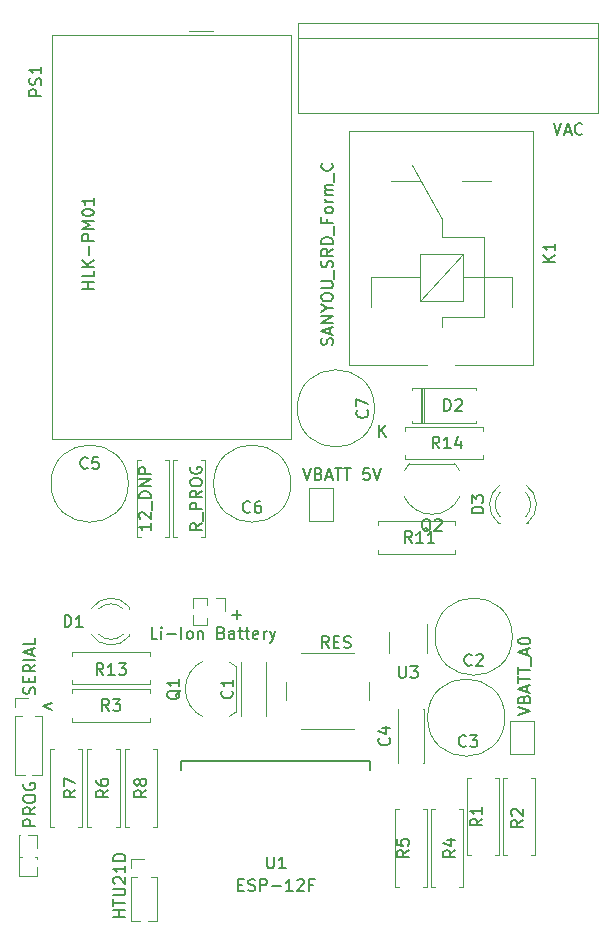
<source format=gbr>
%TF.GenerationSoftware,KiCad,Pcbnew,(5.1.5)-3*%
%TF.CreationDate,2020-12-06T12:17:53+01:00*%
%TF.ProjectId,cece-pcb,63656365-2d70-4636-922e-6b696361645f,rev?*%
%TF.SameCoordinates,Original*%
%TF.FileFunction,Legend,Top*%
%TF.FilePolarity,Positive*%
%FSLAX46Y46*%
G04 Gerber Fmt 4.6, Leading zero omitted, Abs format (unit mm)*
G04 Created by KiCad (PCBNEW (5.1.5)-3) date 2020-12-06 12:17:53*
%MOMM*%
%LPD*%
G04 APERTURE LIST*
%ADD10C,0.200000*%
%ADD11C,0.120000*%
%ADD12C,0.152400*%
%ADD13C,0.150000*%
G04 APERTURE END LIST*
D10*
X122046952Y-91225714D02*
X121285047Y-91511428D01*
X122046952Y-91797142D01*
X138048952Y-83748571D02*
X137287047Y-83748571D01*
X137668000Y-83367619D02*
X137668000Y-84129523D01*
D11*
%TO.C,JP3*%
X145780000Y-75822000D02*
X143780000Y-75822000D01*
X145780000Y-73022000D02*
X145780000Y-75822000D01*
X143780000Y-73022000D02*
X145780000Y-73022000D01*
X143780000Y-75822000D02*
X143780000Y-73022000D01*
%TO.C,J4*%
X168275000Y-33655000D02*
X142875000Y-33655000D01*
X168275000Y-34925000D02*
X142875000Y-34925000D01*
X168275000Y-41275000D02*
X142875000Y-41275000D01*
X142875000Y-41275000D02*
X142875000Y-33655000D01*
X168275000Y-41275000D02*
X168275000Y-33655000D01*
%TO.C,D1*%
X128560000Y-83248000D02*
X128560000Y-83092000D01*
X128560000Y-85564000D02*
X128560000Y-85408000D01*
X125958870Y-83248163D02*
G75*
G02X128040961Y-83248000I1041130J-1079837D01*
G01*
X125958870Y-85407837D02*
G75*
G03X128040961Y-85408000I1041130J1079837D01*
G01*
X125327665Y-83249392D02*
G75*
G02X128560000Y-83092484I1672335J-1078608D01*
G01*
X125327665Y-85406608D02*
G75*
G03X128560000Y-85563516I1672335J1078608D01*
G01*
%TO.C,D3*%
X159800000Y-75982000D02*
X159956000Y-75982000D01*
X162116000Y-75982000D02*
X162272000Y-75982000D01*
X162115837Y-73380870D02*
G75*
G02X162116000Y-75462961I-1079837J-1041130D01*
G01*
X159956163Y-73380870D02*
G75*
G03X159956000Y-75462961I1079837J-1041130D01*
G01*
X162114608Y-72749665D02*
G75*
G02X162271516Y-75982000I-1078608J-1672335D01*
G01*
X159957392Y-72749665D02*
G75*
G03X159800484Y-75982000I1078608J-1672335D01*
G01*
%TO.C,C6*%
X142228000Y-72644000D02*
G75*
G03X142228000Y-72644000I-3270000J0D01*
G01*
%TO.C,JP2*%
X160798000Y-92722000D02*
X162798000Y-92722000D01*
X160798000Y-95522000D02*
X160798000Y-92722000D01*
X162798000Y-95522000D02*
X160798000Y-95522000D01*
X162798000Y-92722000D02*
X162798000Y-95522000D01*
%TO.C,J2*%
X128684000Y-104396000D02*
X129794000Y-104396000D01*
X128684000Y-105156000D02*
X128684000Y-104396000D01*
X130357471Y-105916000D02*
X130904000Y-105916000D01*
X128684000Y-105916000D02*
X129230529Y-105916000D01*
X130904000Y-105916000D02*
X130904000Y-109661000D01*
X128684000Y-105916000D02*
X128684000Y-109661000D01*
X130101530Y-109661000D02*
X130904000Y-109661000D01*
X128684000Y-109661000D02*
X129486470Y-109661000D01*
%TO.C,R8*%
X130910000Y-95155000D02*
X130580000Y-95155000D01*
X130910000Y-101695000D02*
X130910000Y-95155000D01*
X130580000Y-101695000D02*
X130910000Y-101695000D01*
X128170000Y-95155000D02*
X128500000Y-95155000D01*
X128170000Y-101695000D02*
X128170000Y-95155000D01*
X128500000Y-101695000D02*
X128170000Y-101695000D01*
D12*
%TO.C,U1*%
X148971000Y-96931000D02*
X148971000Y-96169000D01*
X148971000Y-96169000D02*
X132969000Y-96169000D01*
X132969000Y-96169000D02*
X132969000Y-96931000D01*
D11*
%TO.C,C1*%
X140120000Y-87755000D02*
X140135000Y-87755000D01*
X137995000Y-87755000D02*
X138010000Y-87755000D01*
X140120000Y-92295000D02*
X140135000Y-92295000D01*
X137995000Y-92295000D02*
X138010000Y-92295000D01*
X140135000Y-92295000D02*
X140135000Y-87755000D01*
X137995000Y-92295000D02*
X137995000Y-87755000D01*
%TO.C,C2*%
X160984000Y-85598000D02*
G75*
G03X160984000Y-85598000I-3270000J0D01*
G01*
%TO.C,C3*%
X160349000Y-92456000D02*
G75*
G03X160349000Y-92456000I-3270000J0D01*
G01*
%TO.C,C4*%
X151330000Y-96290000D02*
X151330000Y-91750000D01*
X153470000Y-96290000D02*
X153470000Y-91750000D01*
X151330000Y-96290000D02*
X151345000Y-96290000D01*
X153455000Y-96290000D02*
X153470000Y-96290000D01*
X151330000Y-91750000D02*
X151345000Y-91750000D01*
X153455000Y-91750000D02*
X153470000Y-91750000D01*
%TO.C,C5*%
X128472000Y-72644000D02*
G75*
G03X128472000Y-72644000I-3270000J0D01*
G01*
%TO.C,C7*%
X149320000Y-66274000D02*
G75*
G03X149320000Y-66274000I-3270000J0D01*
G01*
%TO.C,D2*%
X153254000Y-64570000D02*
X153254000Y-67510000D01*
X153494000Y-64570000D02*
X153494000Y-67510000D01*
X153374000Y-64570000D02*
X153374000Y-67510000D01*
X157914000Y-67510000D02*
X157914000Y-67380000D01*
X152474000Y-67510000D02*
X157914000Y-67510000D01*
X152474000Y-67380000D02*
X152474000Y-67510000D01*
X157914000Y-64570000D02*
X157914000Y-64700000D01*
X152474000Y-64570000D02*
X157914000Y-64570000D01*
X152474000Y-64700000D02*
X152474000Y-64570000D01*
%TO.C,J1*%
X118905000Y-97342000D02*
X119707470Y-97342000D01*
X120322530Y-97342000D02*
X121125000Y-97342000D01*
X118905000Y-92327000D02*
X118905000Y-97342000D01*
X121125000Y-92327000D02*
X121125000Y-97342000D01*
X118905000Y-92327000D02*
X119451529Y-92327000D01*
X120578471Y-92327000D02*
X121125000Y-92327000D01*
X118905000Y-91567000D02*
X118905000Y-90807000D01*
X118905000Y-90807000D02*
X120015000Y-90807000D01*
%TO.C,J3*%
X133925000Y-82360000D02*
X133925000Y-83162470D01*
X133925000Y-83777530D02*
X133925000Y-84580000D01*
X135130000Y-82360000D02*
X133925000Y-82360000D01*
X135130000Y-84580000D02*
X133925000Y-84580000D01*
X135130000Y-82360000D02*
X135130000Y-82906529D01*
X135130000Y-84033471D02*
X135130000Y-84580000D01*
X135890000Y-82360000D02*
X136650000Y-82360000D01*
X136650000Y-82360000D02*
X136650000Y-83470000D01*
%TO.C,JP11*%
X119255000Y-102375000D02*
X119255000Y-105905000D01*
X119255000Y-102375000D02*
X119320000Y-102375000D01*
X120710000Y-105905000D02*
X119320000Y-105905000D01*
X119255000Y-102375000D02*
X119255000Y-102941529D01*
X119255000Y-104068471D02*
X119255000Y-104211529D01*
X119308471Y-104265000D02*
X119451529Y-104265000D01*
X120578471Y-104265000D02*
X120710000Y-104265000D01*
X120710000Y-104265000D02*
X120710000Y-104467470D01*
X120710000Y-105082530D02*
X120710000Y-105905000D01*
X120015000Y-102375000D02*
X120775000Y-102375000D01*
X120775000Y-102375000D02*
X120775000Y-103505000D01*
%TO.C,K1*%
X156790000Y-53164000D02*
X156790000Y-57164000D01*
X153190000Y-53164000D02*
X156790000Y-53164000D01*
X153190000Y-57164000D02*
X153190000Y-53164000D01*
X156790000Y-57164000D02*
X153190000Y-57164000D01*
X156790000Y-53164000D02*
X153190000Y-57164000D01*
X156790000Y-55164000D02*
X160990000Y-55164000D01*
X148990000Y-55164000D02*
X153190000Y-55164000D01*
X154990000Y-58564000D02*
X158590000Y-58564000D01*
X154990000Y-51764000D02*
X158590000Y-51764000D01*
X158590000Y-51764000D02*
X158590000Y-58564000D01*
X154990000Y-50264000D02*
X152490000Y-45664000D01*
X154990000Y-51764000D02*
X154990000Y-50264000D01*
X148990000Y-55164000D02*
X148990000Y-57664000D01*
X154990000Y-58564000D02*
X154990000Y-59364000D01*
X160990000Y-57664000D02*
X160990000Y-55164000D01*
X150740000Y-47064000D02*
X153240000Y-47064000D01*
X159140000Y-47064000D02*
X156690000Y-47064000D01*
X162740000Y-42814000D02*
X162740000Y-62614000D01*
X147140000Y-42814000D02*
X162740000Y-42814000D01*
X147140000Y-62614000D02*
X147140000Y-42814000D01*
X147140000Y-62614000D02*
X153740000Y-62614000D01*
X156140000Y-62614000D02*
X162740000Y-62614000D01*
%TO.C,PS1*%
X135620000Y-34294000D02*
X133610000Y-34294000D01*
X142220000Y-68884000D02*
X142220000Y-34684000D01*
X122020000Y-68884000D02*
X142220000Y-68884000D01*
X122020000Y-34684000D02*
X122020000Y-68884000D01*
X142220000Y-34684000D02*
X122020000Y-34684000D01*
%TO.C,Q1*%
X137590000Y-91975000D02*
X137590000Y-88125000D01*
X137012045Y-92357631D02*
G75*
G03X137590000Y-91975000I-1122045J2322631D01*
G01*
X134791193Y-92391400D02*
G75*
G02X133290000Y-90035000I1098807J2356400D01*
G01*
X134791193Y-87678600D02*
G75*
G03X133290000Y-90035000I1098807J-2356400D01*
G01*
X137002264Y-87732617D02*
G75*
G02X137590000Y-88125000I-1112264J-2302383D01*
G01*
%TO.C,Q2*%
X156118000Y-70944000D02*
X152268000Y-70944000D01*
X156500631Y-71521955D02*
G75*
G03X156118000Y-70944000I-2322631J-1122045D01*
G01*
X156534400Y-73742807D02*
G75*
G02X154178000Y-75244000I-2356400J1098807D01*
G01*
X151821600Y-73742807D02*
G75*
G03X154178000Y-75244000I2356400J1098807D01*
G01*
X151875617Y-71531736D02*
G75*
G02X152268000Y-70944000I2302383J-1112264D01*
G01*
%TO.C,R1*%
X157456000Y-104108000D02*
X157126000Y-104108000D01*
X157126000Y-104108000D02*
X157126000Y-97568000D01*
X157126000Y-97568000D02*
X157456000Y-97568000D01*
X159536000Y-104108000D02*
X159866000Y-104108000D01*
X159866000Y-104108000D02*
X159866000Y-97568000D01*
X159866000Y-97568000D02*
X159536000Y-97568000D01*
%TO.C,R2*%
X162914000Y-97568000D02*
X162584000Y-97568000D01*
X162914000Y-104108000D02*
X162914000Y-97568000D01*
X162584000Y-104108000D02*
X162914000Y-104108000D01*
X160174000Y-97568000D02*
X160504000Y-97568000D01*
X160174000Y-104108000D02*
X160174000Y-97568000D01*
X160504000Y-104108000D02*
X160174000Y-104108000D01*
%TO.C,R3*%
X130270000Y-92480000D02*
X130270000Y-92810000D01*
X130270000Y-92810000D02*
X123730000Y-92810000D01*
X123730000Y-92810000D02*
X123730000Y-92480000D01*
X130270000Y-90400000D02*
X130270000Y-90070000D01*
X130270000Y-90070000D02*
X123730000Y-90070000D01*
X123730000Y-90070000D02*
X123730000Y-90400000D01*
%TO.C,R4*%
X154078000Y-106775000D02*
X154408000Y-106775000D01*
X154078000Y-100235000D02*
X154078000Y-106775000D01*
X154408000Y-100235000D02*
X154078000Y-100235000D01*
X156818000Y-106775000D02*
X156488000Y-106775000D01*
X156818000Y-100235000D02*
X156818000Y-106775000D01*
X156488000Y-100235000D02*
X156818000Y-100235000D01*
%TO.C,R5*%
X151360000Y-106775000D02*
X151030000Y-106775000D01*
X151030000Y-106775000D02*
X151030000Y-100235000D01*
X151030000Y-100235000D02*
X151360000Y-100235000D01*
X153440000Y-106775000D02*
X153770000Y-106775000D01*
X153770000Y-106775000D02*
X153770000Y-100235000D01*
X153770000Y-100235000D02*
X153440000Y-100235000D01*
%TO.C,R6*%
X125325000Y-101695000D02*
X124995000Y-101695000D01*
X124995000Y-101695000D02*
X124995000Y-95155000D01*
X124995000Y-95155000D02*
X125325000Y-95155000D01*
X127405000Y-101695000D02*
X127735000Y-101695000D01*
X127735000Y-101695000D02*
X127735000Y-95155000D01*
X127735000Y-95155000D02*
X127405000Y-95155000D01*
%TO.C,R7*%
X122150000Y-101695000D02*
X121820000Y-101695000D01*
X121820000Y-101695000D02*
X121820000Y-95155000D01*
X121820000Y-95155000D02*
X122150000Y-95155000D01*
X124230000Y-101695000D02*
X124560000Y-101695000D01*
X124560000Y-101695000D02*
X124560000Y-95155000D01*
X124560000Y-95155000D02*
X124230000Y-95155000D01*
%TO.C,R9*%
X129516000Y-77184000D02*
X129186000Y-77184000D01*
X129186000Y-77184000D02*
X129186000Y-70644000D01*
X129186000Y-70644000D02*
X129516000Y-70644000D01*
X131596000Y-77184000D02*
X131926000Y-77184000D01*
X131926000Y-77184000D02*
X131926000Y-70644000D01*
X131926000Y-70644000D02*
X131596000Y-70644000D01*
%TO.C,R10*%
X132234000Y-77184000D02*
X132564000Y-77184000D01*
X132234000Y-70644000D02*
X132234000Y-77184000D01*
X132564000Y-70644000D02*
X132234000Y-70644000D01*
X134974000Y-77184000D02*
X134644000Y-77184000D01*
X134974000Y-70644000D02*
X134974000Y-77184000D01*
X134644000Y-70644000D02*
X134974000Y-70644000D01*
%TO.C,R11*%
X156128000Y-78256000D02*
X156128000Y-78586000D01*
X156128000Y-78586000D02*
X149588000Y-78586000D01*
X149588000Y-78586000D02*
X149588000Y-78256000D01*
X156128000Y-76176000D02*
X156128000Y-75846000D01*
X156128000Y-75846000D02*
X149588000Y-75846000D01*
X149588000Y-75846000D02*
X149588000Y-76176000D01*
%TO.C,R13*%
X123730000Y-87225000D02*
X123730000Y-86895000D01*
X123730000Y-86895000D02*
X130270000Y-86895000D01*
X130270000Y-86895000D02*
X130270000Y-87225000D01*
X123730000Y-89305000D02*
X123730000Y-89635000D01*
X123730000Y-89635000D02*
X130270000Y-89635000D01*
X130270000Y-89635000D02*
X130270000Y-89305000D01*
%TO.C,R14*%
X158464000Y-70255000D02*
X158464000Y-70585000D01*
X158464000Y-70585000D02*
X151924000Y-70585000D01*
X151924000Y-70585000D02*
X151924000Y-70255000D01*
X158464000Y-68175000D02*
X158464000Y-67845000D01*
X158464000Y-67845000D02*
X151924000Y-67845000D01*
X151924000Y-67845000D02*
X151924000Y-68175000D01*
%TO.C,SW1*%
X147590000Y-86956000D02*
X143090000Y-86956000D01*
X148840000Y-90956000D02*
X148840000Y-89456000D01*
X143090000Y-93456000D02*
X147590000Y-93456000D01*
X141840000Y-89456000D02*
X141840000Y-90956000D01*
%TO.C,U3*%
X153756000Y-87006000D02*
X153756000Y-84556000D01*
X150536000Y-85206000D02*
X150536000Y-87006000D01*
%TO.C,JP3*%
D13*
X143248476Y-71334380D02*
X143581809Y-72334380D01*
X143915142Y-71334380D01*
X144581809Y-71810571D02*
X144724666Y-71858190D01*
X144772285Y-71905809D01*
X144819904Y-72001047D01*
X144819904Y-72143904D01*
X144772285Y-72239142D01*
X144724666Y-72286761D01*
X144629428Y-72334380D01*
X144248476Y-72334380D01*
X144248476Y-71334380D01*
X144581809Y-71334380D01*
X144677047Y-71382000D01*
X144724666Y-71429619D01*
X144772285Y-71524857D01*
X144772285Y-71620095D01*
X144724666Y-71715333D01*
X144677047Y-71762952D01*
X144581809Y-71810571D01*
X144248476Y-71810571D01*
X145200857Y-72048666D02*
X145677047Y-72048666D01*
X145105619Y-72334380D02*
X145438952Y-71334380D01*
X145772285Y-72334380D01*
X145962761Y-71334380D02*
X146534190Y-71334380D01*
X146248476Y-72334380D02*
X146248476Y-71334380D01*
X146724666Y-71334380D02*
X147296095Y-71334380D01*
X147010380Y-72334380D02*
X147010380Y-71334380D01*
X148867523Y-71334380D02*
X148391333Y-71334380D01*
X148343714Y-71810571D01*
X148391333Y-71762952D01*
X148486571Y-71715333D01*
X148724666Y-71715333D01*
X148819904Y-71762952D01*
X148867523Y-71810571D01*
X148915142Y-71905809D01*
X148915142Y-72143904D01*
X148867523Y-72239142D01*
X148819904Y-72286761D01*
X148724666Y-72334380D01*
X148486571Y-72334380D01*
X148391333Y-72286761D01*
X148343714Y-72239142D01*
X149200857Y-71334380D02*
X149534190Y-72334380D01*
X149867523Y-71334380D01*
%TO.C,J4*%
X164473095Y-42124380D02*
X164806428Y-43124380D01*
X165139761Y-42124380D01*
X165425476Y-42838666D02*
X165901666Y-42838666D01*
X165330238Y-43124380D02*
X165663571Y-42124380D01*
X165996904Y-43124380D01*
X166901666Y-43029142D02*
X166854047Y-43076761D01*
X166711190Y-43124380D01*
X166615952Y-43124380D01*
X166473095Y-43076761D01*
X166377857Y-42981523D01*
X166330238Y-42886285D01*
X166282619Y-42695809D01*
X166282619Y-42552952D01*
X166330238Y-42362476D01*
X166377857Y-42267238D01*
X166473095Y-42172000D01*
X166615952Y-42124380D01*
X166711190Y-42124380D01*
X166854047Y-42172000D01*
X166901666Y-42219619D01*
%TO.C,D1*%
X123086904Y-84780380D02*
X123086904Y-83780380D01*
X123325000Y-83780380D01*
X123467857Y-83828000D01*
X123563095Y-83923238D01*
X123610714Y-84018476D01*
X123658333Y-84208952D01*
X123658333Y-84351809D01*
X123610714Y-84542285D01*
X123563095Y-84637523D01*
X123467857Y-84732761D01*
X123325000Y-84780380D01*
X123086904Y-84780380D01*
X124610714Y-84780380D02*
X124039285Y-84780380D01*
X124325000Y-84780380D02*
X124325000Y-83780380D01*
X124229761Y-83923238D01*
X124134523Y-84018476D01*
X124039285Y-84066095D01*
%TO.C,D3*%
X158528380Y-75160095D02*
X157528380Y-75160095D01*
X157528380Y-74922000D01*
X157576000Y-74779142D01*
X157671238Y-74683904D01*
X157766476Y-74636285D01*
X157956952Y-74588666D01*
X158099809Y-74588666D01*
X158290285Y-74636285D01*
X158385523Y-74683904D01*
X158480761Y-74779142D01*
X158528380Y-74922000D01*
X158528380Y-75160095D01*
X157528380Y-74255333D02*
X157528380Y-73636285D01*
X157909333Y-73969619D01*
X157909333Y-73826761D01*
X157956952Y-73731523D01*
X158004571Y-73683904D01*
X158099809Y-73636285D01*
X158337904Y-73636285D01*
X158433142Y-73683904D01*
X158480761Y-73731523D01*
X158528380Y-73826761D01*
X158528380Y-74112476D01*
X158480761Y-74207714D01*
X158433142Y-74255333D01*
%TO.C,C6*%
X138791333Y-75033142D02*
X138743714Y-75080761D01*
X138600857Y-75128380D01*
X138505619Y-75128380D01*
X138362761Y-75080761D01*
X138267523Y-74985523D01*
X138219904Y-74890285D01*
X138172285Y-74699809D01*
X138172285Y-74556952D01*
X138219904Y-74366476D01*
X138267523Y-74271238D01*
X138362761Y-74176000D01*
X138505619Y-74128380D01*
X138600857Y-74128380D01*
X138743714Y-74176000D01*
X138791333Y-74223619D01*
X139648476Y-74128380D02*
X139458000Y-74128380D01*
X139362761Y-74176000D01*
X139315142Y-74223619D01*
X139219904Y-74366476D01*
X139172285Y-74556952D01*
X139172285Y-74937904D01*
X139219904Y-75033142D01*
X139267523Y-75080761D01*
X139362761Y-75128380D01*
X139553238Y-75128380D01*
X139648476Y-75080761D01*
X139696095Y-75033142D01*
X139743714Y-74937904D01*
X139743714Y-74699809D01*
X139696095Y-74604571D01*
X139648476Y-74556952D01*
X139553238Y-74509333D01*
X139362761Y-74509333D01*
X139267523Y-74556952D01*
X139219904Y-74604571D01*
X139172285Y-74699809D01*
%TO.C,JP2*%
X161504380Y-92209523D02*
X162504380Y-91876190D01*
X161504380Y-91542857D01*
X161980571Y-90876190D02*
X162028190Y-90733333D01*
X162075809Y-90685714D01*
X162171047Y-90638095D01*
X162313904Y-90638095D01*
X162409142Y-90685714D01*
X162456761Y-90733333D01*
X162504380Y-90828571D01*
X162504380Y-91209523D01*
X161504380Y-91209523D01*
X161504380Y-90876190D01*
X161552000Y-90780952D01*
X161599619Y-90733333D01*
X161694857Y-90685714D01*
X161790095Y-90685714D01*
X161885333Y-90733333D01*
X161932952Y-90780952D01*
X161980571Y-90876190D01*
X161980571Y-91209523D01*
X162218666Y-90257142D02*
X162218666Y-89780952D01*
X162504380Y-90352380D02*
X161504380Y-90019047D01*
X162504380Y-89685714D01*
X161504380Y-89495238D02*
X161504380Y-88923809D01*
X162504380Y-89209523D02*
X161504380Y-89209523D01*
X161504380Y-88733333D02*
X161504380Y-88161904D01*
X162504380Y-88447619D02*
X161504380Y-88447619D01*
X162599619Y-88066666D02*
X162599619Y-87304761D01*
X162218666Y-87114285D02*
X162218666Y-86638095D01*
X162504380Y-87209523D02*
X161504380Y-86876190D01*
X162504380Y-86542857D01*
X161504380Y-86019047D02*
X161504380Y-85923809D01*
X161552000Y-85828571D01*
X161599619Y-85780952D01*
X161694857Y-85733333D01*
X161885333Y-85685714D01*
X162123428Y-85685714D01*
X162313904Y-85733333D01*
X162409142Y-85780952D01*
X162456761Y-85828571D01*
X162504380Y-85923809D01*
X162504380Y-86019047D01*
X162456761Y-86114285D01*
X162409142Y-86161904D01*
X162313904Y-86209523D01*
X162123428Y-86257142D01*
X161885333Y-86257142D01*
X161694857Y-86209523D01*
X161599619Y-86161904D01*
X161552000Y-86114285D01*
X161504380Y-86019047D01*
%TO.C,J2*%
X128214380Y-109322857D02*
X127214380Y-109322857D01*
X127690571Y-109322857D02*
X127690571Y-108751428D01*
X128214380Y-108751428D02*
X127214380Y-108751428D01*
X127214380Y-108418095D02*
X127214380Y-107846666D01*
X128214380Y-108132380D02*
X127214380Y-108132380D01*
X127214380Y-107513333D02*
X128023904Y-107513333D01*
X128119142Y-107465714D01*
X128166761Y-107418095D01*
X128214380Y-107322857D01*
X128214380Y-107132380D01*
X128166761Y-107037142D01*
X128119142Y-106989523D01*
X128023904Y-106941904D01*
X127214380Y-106941904D01*
X127309619Y-106513333D02*
X127262000Y-106465714D01*
X127214380Y-106370476D01*
X127214380Y-106132380D01*
X127262000Y-106037142D01*
X127309619Y-105989523D01*
X127404857Y-105941904D01*
X127500095Y-105941904D01*
X127642952Y-105989523D01*
X128214380Y-106560952D01*
X128214380Y-105941904D01*
X128214380Y-104989523D02*
X128214380Y-105560952D01*
X128214380Y-105275238D02*
X127214380Y-105275238D01*
X127357238Y-105370476D01*
X127452476Y-105465714D01*
X127500095Y-105560952D01*
X128214380Y-104560952D02*
X127214380Y-104560952D01*
X127214380Y-104322857D01*
X127262000Y-104180000D01*
X127357238Y-104084761D01*
X127452476Y-104037142D01*
X127642952Y-103989523D01*
X127785809Y-103989523D01*
X127976285Y-104037142D01*
X128071523Y-104084761D01*
X128166761Y-104180000D01*
X128214380Y-104322857D01*
X128214380Y-104560952D01*
%TO.C,R8*%
X129992380Y-98591666D02*
X129516190Y-98925000D01*
X129992380Y-99163095D02*
X128992380Y-99163095D01*
X128992380Y-98782142D01*
X129040000Y-98686904D01*
X129087619Y-98639285D01*
X129182857Y-98591666D01*
X129325714Y-98591666D01*
X129420952Y-98639285D01*
X129468571Y-98686904D01*
X129516190Y-98782142D01*
X129516190Y-99163095D01*
X129420952Y-98020238D02*
X129373333Y-98115476D01*
X129325714Y-98163095D01*
X129230476Y-98210714D01*
X129182857Y-98210714D01*
X129087619Y-98163095D01*
X129040000Y-98115476D01*
X128992380Y-98020238D01*
X128992380Y-97829761D01*
X129040000Y-97734523D01*
X129087619Y-97686904D01*
X129182857Y-97639285D01*
X129230476Y-97639285D01*
X129325714Y-97686904D01*
X129373333Y-97734523D01*
X129420952Y-97829761D01*
X129420952Y-98020238D01*
X129468571Y-98115476D01*
X129516190Y-98163095D01*
X129611428Y-98210714D01*
X129801904Y-98210714D01*
X129897142Y-98163095D01*
X129944761Y-98115476D01*
X129992380Y-98020238D01*
X129992380Y-97829761D01*
X129944761Y-97734523D01*
X129897142Y-97686904D01*
X129801904Y-97639285D01*
X129611428Y-97639285D01*
X129516190Y-97686904D01*
X129468571Y-97734523D01*
X129420952Y-97829761D01*
%TO.C,U1*%
X140208095Y-104227380D02*
X140208095Y-105036904D01*
X140255714Y-105132142D01*
X140303333Y-105179761D01*
X140398571Y-105227380D01*
X140589047Y-105227380D01*
X140684285Y-105179761D01*
X140731904Y-105132142D01*
X140779523Y-105036904D01*
X140779523Y-104227380D01*
X141779523Y-105227380D02*
X141208095Y-105227380D01*
X141493809Y-105227380D02*
X141493809Y-104227380D01*
X141398571Y-104370238D01*
X141303333Y-104465476D01*
X141208095Y-104513095D01*
X137779523Y-106608571D02*
X138112857Y-106608571D01*
X138255714Y-107132380D02*
X137779523Y-107132380D01*
X137779523Y-106132380D01*
X138255714Y-106132380D01*
X138636666Y-107084761D02*
X138779523Y-107132380D01*
X139017619Y-107132380D01*
X139112857Y-107084761D01*
X139160476Y-107037142D01*
X139208095Y-106941904D01*
X139208095Y-106846666D01*
X139160476Y-106751428D01*
X139112857Y-106703809D01*
X139017619Y-106656190D01*
X138827142Y-106608571D01*
X138731904Y-106560952D01*
X138684285Y-106513333D01*
X138636666Y-106418095D01*
X138636666Y-106322857D01*
X138684285Y-106227619D01*
X138731904Y-106180000D01*
X138827142Y-106132380D01*
X139065238Y-106132380D01*
X139208095Y-106180000D01*
X139636666Y-107132380D02*
X139636666Y-106132380D01*
X140017619Y-106132380D01*
X140112857Y-106180000D01*
X140160476Y-106227619D01*
X140208095Y-106322857D01*
X140208095Y-106465714D01*
X140160476Y-106560952D01*
X140112857Y-106608571D01*
X140017619Y-106656190D01*
X139636666Y-106656190D01*
X140636666Y-106751428D02*
X141398571Y-106751428D01*
X142398571Y-107132380D02*
X141827142Y-107132380D01*
X142112857Y-107132380D02*
X142112857Y-106132380D01*
X142017619Y-106275238D01*
X141922380Y-106370476D01*
X141827142Y-106418095D01*
X142779523Y-106227619D02*
X142827142Y-106180000D01*
X142922380Y-106132380D01*
X143160476Y-106132380D01*
X143255714Y-106180000D01*
X143303333Y-106227619D01*
X143350952Y-106322857D01*
X143350952Y-106418095D01*
X143303333Y-106560952D01*
X142731904Y-107132380D01*
X143350952Y-107132380D01*
X144112857Y-106608571D02*
X143779523Y-106608571D01*
X143779523Y-107132380D02*
X143779523Y-106132380D01*
X144255714Y-106132380D01*
%TO.C,C1*%
X137222142Y-90191666D02*
X137269761Y-90239285D01*
X137317380Y-90382142D01*
X137317380Y-90477380D01*
X137269761Y-90620238D01*
X137174523Y-90715476D01*
X137079285Y-90763095D01*
X136888809Y-90810714D01*
X136745952Y-90810714D01*
X136555476Y-90763095D01*
X136460238Y-90715476D01*
X136365000Y-90620238D01*
X136317380Y-90477380D01*
X136317380Y-90382142D01*
X136365000Y-90239285D01*
X136412619Y-90191666D01*
X137317380Y-89239285D02*
X137317380Y-89810714D01*
X137317380Y-89525000D02*
X136317380Y-89525000D01*
X136460238Y-89620238D01*
X136555476Y-89715476D01*
X136603095Y-89810714D01*
%TO.C,C2*%
X157547333Y-87987142D02*
X157499714Y-88034761D01*
X157356857Y-88082380D01*
X157261619Y-88082380D01*
X157118761Y-88034761D01*
X157023523Y-87939523D01*
X156975904Y-87844285D01*
X156928285Y-87653809D01*
X156928285Y-87510952D01*
X156975904Y-87320476D01*
X157023523Y-87225238D01*
X157118761Y-87130000D01*
X157261619Y-87082380D01*
X157356857Y-87082380D01*
X157499714Y-87130000D01*
X157547333Y-87177619D01*
X157928285Y-87177619D02*
X157975904Y-87130000D01*
X158071142Y-87082380D01*
X158309238Y-87082380D01*
X158404476Y-87130000D01*
X158452095Y-87177619D01*
X158499714Y-87272857D01*
X158499714Y-87368095D01*
X158452095Y-87510952D01*
X157880666Y-88082380D01*
X158499714Y-88082380D01*
%TO.C,C3*%
X157059333Y-94845142D02*
X157011714Y-94892761D01*
X156868857Y-94940380D01*
X156773619Y-94940380D01*
X156630761Y-94892761D01*
X156535523Y-94797523D01*
X156487904Y-94702285D01*
X156440285Y-94511809D01*
X156440285Y-94368952D01*
X156487904Y-94178476D01*
X156535523Y-94083238D01*
X156630761Y-93988000D01*
X156773619Y-93940380D01*
X156868857Y-93940380D01*
X157011714Y-93988000D01*
X157059333Y-94035619D01*
X157392666Y-93940380D02*
X158011714Y-93940380D01*
X157678380Y-94321333D01*
X157821238Y-94321333D01*
X157916476Y-94368952D01*
X157964095Y-94416571D01*
X158011714Y-94511809D01*
X158011714Y-94749904D01*
X157964095Y-94845142D01*
X157916476Y-94892761D01*
X157821238Y-94940380D01*
X157535523Y-94940380D01*
X157440285Y-94892761D01*
X157392666Y-94845142D01*
%TO.C,C4*%
X150557142Y-94186666D02*
X150604761Y-94234285D01*
X150652380Y-94377142D01*
X150652380Y-94472380D01*
X150604761Y-94615238D01*
X150509523Y-94710476D01*
X150414285Y-94758095D01*
X150223809Y-94805714D01*
X150080952Y-94805714D01*
X149890476Y-94758095D01*
X149795238Y-94710476D01*
X149700000Y-94615238D01*
X149652380Y-94472380D01*
X149652380Y-94377142D01*
X149700000Y-94234285D01*
X149747619Y-94186666D01*
X149985714Y-93329523D02*
X150652380Y-93329523D01*
X149604761Y-93567619D02*
X150319047Y-93805714D01*
X150319047Y-93186666D01*
%TO.C,C5*%
X125035333Y-71311142D02*
X124987714Y-71358761D01*
X124844857Y-71406380D01*
X124749619Y-71406380D01*
X124606761Y-71358761D01*
X124511523Y-71263523D01*
X124463904Y-71168285D01*
X124416285Y-70977809D01*
X124416285Y-70834952D01*
X124463904Y-70644476D01*
X124511523Y-70549238D01*
X124606761Y-70454000D01*
X124749619Y-70406380D01*
X124844857Y-70406380D01*
X124987714Y-70454000D01*
X125035333Y-70501619D01*
X125940095Y-70406380D02*
X125463904Y-70406380D01*
X125416285Y-70882571D01*
X125463904Y-70834952D01*
X125559142Y-70787333D01*
X125797238Y-70787333D01*
X125892476Y-70834952D01*
X125940095Y-70882571D01*
X125987714Y-70977809D01*
X125987714Y-71215904D01*
X125940095Y-71311142D01*
X125892476Y-71358761D01*
X125797238Y-71406380D01*
X125559142Y-71406380D01*
X125463904Y-71358761D01*
X125416285Y-71311142D01*
%TO.C,C7*%
X148693142Y-66440666D02*
X148740761Y-66488285D01*
X148788380Y-66631142D01*
X148788380Y-66726380D01*
X148740761Y-66869238D01*
X148645523Y-66964476D01*
X148550285Y-67012095D01*
X148359809Y-67059714D01*
X148216952Y-67059714D01*
X148026476Y-67012095D01*
X147931238Y-66964476D01*
X147836000Y-66869238D01*
X147788380Y-66726380D01*
X147788380Y-66631142D01*
X147836000Y-66488285D01*
X147883619Y-66440666D01*
X147788380Y-66107333D02*
X147788380Y-65440666D01*
X148788380Y-65869238D01*
%TO.C,D2*%
X155217904Y-66492380D02*
X155217904Y-65492380D01*
X155456000Y-65492380D01*
X155598857Y-65540000D01*
X155694095Y-65635238D01*
X155741714Y-65730476D01*
X155789333Y-65920952D01*
X155789333Y-66063809D01*
X155741714Y-66254285D01*
X155694095Y-66349523D01*
X155598857Y-66444761D01*
X155456000Y-66492380D01*
X155217904Y-66492380D01*
X156170285Y-65587619D02*
X156217904Y-65540000D01*
X156313142Y-65492380D01*
X156551238Y-65492380D01*
X156646476Y-65540000D01*
X156694095Y-65587619D01*
X156741714Y-65682857D01*
X156741714Y-65778095D01*
X156694095Y-65920952D01*
X156122666Y-66492380D01*
X156741714Y-66492380D01*
X149738095Y-68706380D02*
X149738095Y-67706380D01*
X150309523Y-68706380D02*
X149880952Y-68134952D01*
X150309523Y-67706380D02*
X149738095Y-68277809D01*
%TO.C,J1*%
X120546761Y-90447523D02*
X120594380Y-90304666D01*
X120594380Y-90066571D01*
X120546761Y-89971333D01*
X120499142Y-89923714D01*
X120403904Y-89876095D01*
X120308666Y-89876095D01*
X120213428Y-89923714D01*
X120165809Y-89971333D01*
X120118190Y-90066571D01*
X120070571Y-90257047D01*
X120022952Y-90352285D01*
X119975333Y-90399904D01*
X119880095Y-90447523D01*
X119784857Y-90447523D01*
X119689619Y-90399904D01*
X119642000Y-90352285D01*
X119594380Y-90257047D01*
X119594380Y-90018952D01*
X119642000Y-89876095D01*
X120070571Y-89447523D02*
X120070571Y-89114190D01*
X120594380Y-88971333D02*
X120594380Y-89447523D01*
X119594380Y-89447523D01*
X119594380Y-88971333D01*
X120594380Y-87971333D02*
X120118190Y-88304666D01*
X120594380Y-88542761D02*
X119594380Y-88542761D01*
X119594380Y-88161809D01*
X119642000Y-88066571D01*
X119689619Y-88018952D01*
X119784857Y-87971333D01*
X119927714Y-87971333D01*
X120022952Y-88018952D01*
X120070571Y-88066571D01*
X120118190Y-88161809D01*
X120118190Y-88542761D01*
X120594380Y-87542761D02*
X119594380Y-87542761D01*
X120308666Y-87114190D02*
X120308666Y-86638000D01*
X120594380Y-87209428D02*
X119594380Y-86876095D01*
X120594380Y-86542761D01*
X120594380Y-85733238D02*
X120594380Y-86209428D01*
X119594380Y-86209428D01*
%TO.C,J3*%
X130921714Y-85796380D02*
X130445523Y-85796380D01*
X130445523Y-84796380D01*
X131255047Y-85796380D02*
X131255047Y-85129714D01*
X131255047Y-84796380D02*
X131207428Y-84844000D01*
X131255047Y-84891619D01*
X131302666Y-84844000D01*
X131255047Y-84796380D01*
X131255047Y-84891619D01*
X131731238Y-85415428D02*
X132493142Y-85415428D01*
X132969333Y-85796380D02*
X132969333Y-84796380D01*
X133588380Y-85796380D02*
X133493142Y-85748761D01*
X133445523Y-85701142D01*
X133397904Y-85605904D01*
X133397904Y-85320190D01*
X133445523Y-85224952D01*
X133493142Y-85177333D01*
X133588380Y-85129714D01*
X133731238Y-85129714D01*
X133826476Y-85177333D01*
X133874095Y-85224952D01*
X133921714Y-85320190D01*
X133921714Y-85605904D01*
X133874095Y-85701142D01*
X133826476Y-85748761D01*
X133731238Y-85796380D01*
X133588380Y-85796380D01*
X134350285Y-85129714D02*
X134350285Y-85796380D01*
X134350285Y-85224952D02*
X134397904Y-85177333D01*
X134493142Y-85129714D01*
X134636000Y-85129714D01*
X134731238Y-85177333D01*
X134778857Y-85272571D01*
X134778857Y-85796380D01*
X136350285Y-85272571D02*
X136493142Y-85320190D01*
X136540761Y-85367809D01*
X136588380Y-85463047D01*
X136588380Y-85605904D01*
X136540761Y-85701142D01*
X136493142Y-85748761D01*
X136397904Y-85796380D01*
X136016952Y-85796380D01*
X136016952Y-84796380D01*
X136350285Y-84796380D01*
X136445523Y-84844000D01*
X136493142Y-84891619D01*
X136540761Y-84986857D01*
X136540761Y-85082095D01*
X136493142Y-85177333D01*
X136445523Y-85224952D01*
X136350285Y-85272571D01*
X136016952Y-85272571D01*
X137445523Y-85796380D02*
X137445523Y-85272571D01*
X137397904Y-85177333D01*
X137302666Y-85129714D01*
X137112190Y-85129714D01*
X137016952Y-85177333D01*
X137445523Y-85748761D02*
X137350285Y-85796380D01*
X137112190Y-85796380D01*
X137016952Y-85748761D01*
X136969333Y-85653523D01*
X136969333Y-85558285D01*
X137016952Y-85463047D01*
X137112190Y-85415428D01*
X137350285Y-85415428D01*
X137445523Y-85367809D01*
X137778857Y-85129714D02*
X138159809Y-85129714D01*
X137921714Y-84796380D02*
X137921714Y-85653523D01*
X137969333Y-85748761D01*
X138064571Y-85796380D01*
X138159809Y-85796380D01*
X138350285Y-85129714D02*
X138731238Y-85129714D01*
X138493142Y-84796380D02*
X138493142Y-85653523D01*
X138540761Y-85748761D01*
X138636000Y-85796380D01*
X138731238Y-85796380D01*
X139445523Y-85748761D02*
X139350285Y-85796380D01*
X139159809Y-85796380D01*
X139064571Y-85748761D01*
X139016952Y-85653523D01*
X139016952Y-85272571D01*
X139064571Y-85177333D01*
X139159809Y-85129714D01*
X139350285Y-85129714D01*
X139445523Y-85177333D01*
X139493142Y-85272571D01*
X139493142Y-85367809D01*
X139016952Y-85463047D01*
X139921714Y-85796380D02*
X139921714Y-85129714D01*
X139921714Y-85320190D02*
X139969333Y-85224952D01*
X140016952Y-85177333D01*
X140112190Y-85129714D01*
X140207428Y-85129714D01*
X140445523Y-85129714D02*
X140683619Y-85796380D01*
X140921714Y-85129714D02*
X140683619Y-85796380D01*
X140588380Y-86034476D01*
X140540761Y-86082095D01*
X140445523Y-86129714D01*
%TO.C,JP11*%
X120594380Y-101607714D02*
X119594380Y-101607714D01*
X119594380Y-101226761D01*
X119642000Y-101131523D01*
X119689619Y-101083904D01*
X119784857Y-101036285D01*
X119927714Y-101036285D01*
X120022952Y-101083904D01*
X120070571Y-101131523D01*
X120118190Y-101226761D01*
X120118190Y-101607714D01*
X120594380Y-100036285D02*
X120118190Y-100369619D01*
X120594380Y-100607714D02*
X119594380Y-100607714D01*
X119594380Y-100226761D01*
X119642000Y-100131523D01*
X119689619Y-100083904D01*
X119784857Y-100036285D01*
X119927714Y-100036285D01*
X120022952Y-100083904D01*
X120070571Y-100131523D01*
X120118190Y-100226761D01*
X120118190Y-100607714D01*
X119594380Y-99417238D02*
X119594380Y-99226761D01*
X119642000Y-99131523D01*
X119737238Y-99036285D01*
X119927714Y-98988666D01*
X120261047Y-98988666D01*
X120451523Y-99036285D01*
X120546761Y-99131523D01*
X120594380Y-99226761D01*
X120594380Y-99417238D01*
X120546761Y-99512476D01*
X120451523Y-99607714D01*
X120261047Y-99655333D01*
X119927714Y-99655333D01*
X119737238Y-99607714D01*
X119642000Y-99512476D01*
X119594380Y-99417238D01*
X119642000Y-98036285D02*
X119594380Y-98131523D01*
X119594380Y-98274380D01*
X119642000Y-98417238D01*
X119737238Y-98512476D01*
X119832476Y-98560095D01*
X120022952Y-98607714D01*
X120165809Y-98607714D01*
X120356285Y-98560095D01*
X120451523Y-98512476D01*
X120546761Y-98417238D01*
X120594380Y-98274380D01*
X120594380Y-98179142D01*
X120546761Y-98036285D01*
X120499142Y-97988666D01*
X120165809Y-97988666D01*
X120165809Y-98179142D01*
%TO.C,K1*%
X164592380Y-53852095D02*
X163592380Y-53852095D01*
X164592380Y-53280666D02*
X164020952Y-53709238D01*
X163592380Y-53280666D02*
X164163809Y-53852095D01*
X164592380Y-52328285D02*
X164592380Y-52899714D01*
X164592380Y-52614000D02*
X163592380Y-52614000D01*
X163735238Y-52709238D01*
X163830476Y-52804476D01*
X163878095Y-52899714D01*
X145744761Y-60904476D02*
X145792380Y-60761619D01*
X145792380Y-60523523D01*
X145744761Y-60428285D01*
X145697142Y-60380666D01*
X145601904Y-60333047D01*
X145506666Y-60333047D01*
X145411428Y-60380666D01*
X145363809Y-60428285D01*
X145316190Y-60523523D01*
X145268571Y-60714000D01*
X145220952Y-60809238D01*
X145173333Y-60856857D01*
X145078095Y-60904476D01*
X144982857Y-60904476D01*
X144887619Y-60856857D01*
X144840000Y-60809238D01*
X144792380Y-60714000D01*
X144792380Y-60475904D01*
X144840000Y-60333047D01*
X145506666Y-59952095D02*
X145506666Y-59475904D01*
X145792380Y-60047333D02*
X144792380Y-59714000D01*
X145792380Y-59380666D01*
X145792380Y-59047333D02*
X144792380Y-59047333D01*
X145792380Y-58475904D01*
X144792380Y-58475904D01*
X145316190Y-57809238D02*
X145792380Y-57809238D01*
X144792380Y-58142571D02*
X145316190Y-57809238D01*
X144792380Y-57475904D01*
X144792380Y-56952095D02*
X144792380Y-56761619D01*
X144840000Y-56666380D01*
X144935238Y-56571142D01*
X145125714Y-56523523D01*
X145459047Y-56523523D01*
X145649523Y-56571142D01*
X145744761Y-56666380D01*
X145792380Y-56761619D01*
X145792380Y-56952095D01*
X145744761Y-57047333D01*
X145649523Y-57142571D01*
X145459047Y-57190190D01*
X145125714Y-57190190D01*
X144935238Y-57142571D01*
X144840000Y-57047333D01*
X144792380Y-56952095D01*
X144792380Y-56094952D02*
X145601904Y-56094952D01*
X145697142Y-56047333D01*
X145744761Y-55999714D01*
X145792380Y-55904476D01*
X145792380Y-55714000D01*
X145744761Y-55618761D01*
X145697142Y-55571142D01*
X145601904Y-55523523D01*
X144792380Y-55523523D01*
X145887619Y-55285428D02*
X145887619Y-54523523D01*
X145744761Y-54333047D02*
X145792380Y-54190190D01*
X145792380Y-53952095D01*
X145744761Y-53856857D01*
X145697142Y-53809238D01*
X145601904Y-53761619D01*
X145506666Y-53761619D01*
X145411428Y-53809238D01*
X145363809Y-53856857D01*
X145316190Y-53952095D01*
X145268571Y-54142571D01*
X145220952Y-54237809D01*
X145173333Y-54285428D01*
X145078095Y-54333047D01*
X144982857Y-54333047D01*
X144887619Y-54285428D01*
X144840000Y-54237809D01*
X144792380Y-54142571D01*
X144792380Y-53904476D01*
X144840000Y-53761619D01*
X145792380Y-52761619D02*
X145316190Y-53094952D01*
X145792380Y-53333047D02*
X144792380Y-53333047D01*
X144792380Y-52952095D01*
X144840000Y-52856857D01*
X144887619Y-52809238D01*
X144982857Y-52761619D01*
X145125714Y-52761619D01*
X145220952Y-52809238D01*
X145268571Y-52856857D01*
X145316190Y-52952095D01*
X145316190Y-53333047D01*
X145792380Y-52333047D02*
X144792380Y-52333047D01*
X144792380Y-52094952D01*
X144840000Y-51952095D01*
X144935238Y-51856857D01*
X145030476Y-51809238D01*
X145220952Y-51761619D01*
X145363809Y-51761619D01*
X145554285Y-51809238D01*
X145649523Y-51856857D01*
X145744761Y-51952095D01*
X145792380Y-52094952D01*
X145792380Y-52333047D01*
X145887619Y-51571142D02*
X145887619Y-50809238D01*
X145268571Y-50237809D02*
X145268571Y-50571142D01*
X145792380Y-50571142D02*
X144792380Y-50571142D01*
X144792380Y-50094952D01*
X145792380Y-49571142D02*
X145744761Y-49666380D01*
X145697142Y-49714000D01*
X145601904Y-49761619D01*
X145316190Y-49761619D01*
X145220952Y-49714000D01*
X145173333Y-49666380D01*
X145125714Y-49571142D01*
X145125714Y-49428285D01*
X145173333Y-49333047D01*
X145220952Y-49285428D01*
X145316190Y-49237809D01*
X145601904Y-49237809D01*
X145697142Y-49285428D01*
X145744761Y-49333047D01*
X145792380Y-49428285D01*
X145792380Y-49571142D01*
X145792380Y-48809238D02*
X145125714Y-48809238D01*
X145316190Y-48809238D02*
X145220952Y-48761619D01*
X145173333Y-48714000D01*
X145125714Y-48618761D01*
X145125714Y-48523523D01*
X145792380Y-48190190D02*
X145125714Y-48190190D01*
X145220952Y-48190190D02*
X145173333Y-48142571D01*
X145125714Y-48047333D01*
X145125714Y-47904476D01*
X145173333Y-47809238D01*
X145268571Y-47761619D01*
X145792380Y-47761619D01*
X145268571Y-47761619D02*
X145173333Y-47714000D01*
X145125714Y-47618761D01*
X145125714Y-47475904D01*
X145173333Y-47380666D01*
X145268571Y-47333047D01*
X145792380Y-47333047D01*
X145887619Y-47094952D02*
X145887619Y-46333047D01*
X145697142Y-45523523D02*
X145744761Y-45571142D01*
X145792380Y-45714000D01*
X145792380Y-45809238D01*
X145744761Y-45952095D01*
X145649523Y-46047333D01*
X145554285Y-46094952D01*
X145363809Y-46142571D01*
X145220952Y-46142571D01*
X145030476Y-46094952D01*
X144935238Y-46047333D01*
X144840000Y-45952095D01*
X144792380Y-45809238D01*
X144792380Y-45714000D01*
X144840000Y-45571142D01*
X144887619Y-45523523D01*
%TO.C,PS1*%
X121102380Y-39822285D02*
X120102380Y-39822285D01*
X120102380Y-39441333D01*
X120150000Y-39346095D01*
X120197619Y-39298476D01*
X120292857Y-39250857D01*
X120435714Y-39250857D01*
X120530952Y-39298476D01*
X120578571Y-39346095D01*
X120626190Y-39441333D01*
X120626190Y-39822285D01*
X121054761Y-38869904D02*
X121102380Y-38727047D01*
X121102380Y-38488952D01*
X121054761Y-38393714D01*
X121007142Y-38346095D01*
X120911904Y-38298476D01*
X120816666Y-38298476D01*
X120721428Y-38346095D01*
X120673809Y-38393714D01*
X120626190Y-38488952D01*
X120578571Y-38679428D01*
X120530952Y-38774666D01*
X120483333Y-38822285D01*
X120388095Y-38869904D01*
X120292857Y-38869904D01*
X120197619Y-38822285D01*
X120150000Y-38774666D01*
X120102380Y-38679428D01*
X120102380Y-38441333D01*
X120150000Y-38298476D01*
X121102380Y-37346095D02*
X121102380Y-37917523D01*
X121102380Y-37631809D02*
X120102380Y-37631809D01*
X120245238Y-37727047D01*
X120340476Y-37822285D01*
X120388095Y-37917523D01*
X125547380Y-56157333D02*
X124547380Y-56157333D01*
X125023571Y-56157333D02*
X125023571Y-55585904D01*
X125547380Y-55585904D02*
X124547380Y-55585904D01*
X125547380Y-54633523D02*
X125547380Y-55109714D01*
X124547380Y-55109714D01*
X125547380Y-54300190D02*
X124547380Y-54300190D01*
X125547380Y-53728761D02*
X124975952Y-54157333D01*
X124547380Y-53728761D02*
X125118809Y-54300190D01*
X125166428Y-53300190D02*
X125166428Y-52538285D01*
X125547380Y-52062095D02*
X124547380Y-52062095D01*
X124547380Y-51681142D01*
X124595000Y-51585904D01*
X124642619Y-51538285D01*
X124737857Y-51490666D01*
X124880714Y-51490666D01*
X124975952Y-51538285D01*
X125023571Y-51585904D01*
X125071190Y-51681142D01*
X125071190Y-52062095D01*
X125547380Y-51062095D02*
X124547380Y-51062095D01*
X125261666Y-50728761D01*
X124547380Y-50395428D01*
X125547380Y-50395428D01*
X124547380Y-49728761D02*
X124547380Y-49633523D01*
X124595000Y-49538285D01*
X124642619Y-49490666D01*
X124737857Y-49443047D01*
X124928333Y-49395428D01*
X125166428Y-49395428D01*
X125356904Y-49443047D01*
X125452142Y-49490666D01*
X125499761Y-49538285D01*
X125547380Y-49633523D01*
X125547380Y-49728761D01*
X125499761Y-49824000D01*
X125452142Y-49871619D01*
X125356904Y-49919238D01*
X125166428Y-49966857D01*
X124928333Y-49966857D01*
X124737857Y-49919238D01*
X124642619Y-49871619D01*
X124595000Y-49824000D01*
X124547380Y-49728761D01*
X125547380Y-48443047D02*
X125547380Y-49014476D01*
X125547380Y-48728761D02*
X124547380Y-48728761D01*
X124690238Y-48824000D01*
X124785476Y-48919238D01*
X124833095Y-49014476D01*
%TO.C,Q1*%
X132877619Y-90130238D02*
X132830000Y-90225476D01*
X132734761Y-90320714D01*
X132591904Y-90463571D01*
X132544285Y-90558809D01*
X132544285Y-90654047D01*
X132782380Y-90606428D02*
X132734761Y-90701666D01*
X132639523Y-90796904D01*
X132449047Y-90844523D01*
X132115714Y-90844523D01*
X131925238Y-90796904D01*
X131830000Y-90701666D01*
X131782380Y-90606428D01*
X131782380Y-90415952D01*
X131830000Y-90320714D01*
X131925238Y-90225476D01*
X132115714Y-90177857D01*
X132449047Y-90177857D01*
X132639523Y-90225476D01*
X132734761Y-90320714D01*
X132782380Y-90415952D01*
X132782380Y-90606428D01*
X132782380Y-89225476D02*
X132782380Y-89796904D01*
X132782380Y-89511190D02*
X131782380Y-89511190D01*
X131925238Y-89606428D01*
X132020476Y-89701666D01*
X132068095Y-89796904D01*
%TO.C,Q2*%
X154082761Y-76751619D02*
X153987523Y-76704000D01*
X153892285Y-76608761D01*
X153749428Y-76465904D01*
X153654190Y-76418285D01*
X153558952Y-76418285D01*
X153606571Y-76656380D02*
X153511333Y-76608761D01*
X153416095Y-76513523D01*
X153368476Y-76323047D01*
X153368476Y-75989714D01*
X153416095Y-75799238D01*
X153511333Y-75704000D01*
X153606571Y-75656380D01*
X153797047Y-75656380D01*
X153892285Y-75704000D01*
X153987523Y-75799238D01*
X154035142Y-75989714D01*
X154035142Y-76323047D01*
X153987523Y-76513523D01*
X153892285Y-76608761D01*
X153797047Y-76656380D01*
X153606571Y-76656380D01*
X154416095Y-75751619D02*
X154463714Y-75704000D01*
X154558952Y-75656380D01*
X154797047Y-75656380D01*
X154892285Y-75704000D01*
X154939904Y-75751619D01*
X154987523Y-75846857D01*
X154987523Y-75942095D01*
X154939904Y-76084952D01*
X154368476Y-76656380D01*
X154987523Y-76656380D01*
%TO.C,R1*%
X158440380Y-101004666D02*
X157964190Y-101338000D01*
X158440380Y-101576095D02*
X157440380Y-101576095D01*
X157440380Y-101195142D01*
X157488000Y-101099904D01*
X157535619Y-101052285D01*
X157630857Y-101004666D01*
X157773714Y-101004666D01*
X157868952Y-101052285D01*
X157916571Y-101099904D01*
X157964190Y-101195142D01*
X157964190Y-101576095D01*
X158440380Y-100052285D02*
X158440380Y-100623714D01*
X158440380Y-100338000D02*
X157440380Y-100338000D01*
X157583238Y-100433238D01*
X157678476Y-100528476D01*
X157726095Y-100623714D01*
%TO.C,R2*%
X161869380Y-101131666D02*
X161393190Y-101465000D01*
X161869380Y-101703095D02*
X160869380Y-101703095D01*
X160869380Y-101322142D01*
X160917000Y-101226904D01*
X160964619Y-101179285D01*
X161059857Y-101131666D01*
X161202714Y-101131666D01*
X161297952Y-101179285D01*
X161345571Y-101226904D01*
X161393190Y-101322142D01*
X161393190Y-101703095D01*
X160964619Y-100750714D02*
X160917000Y-100703095D01*
X160869380Y-100607857D01*
X160869380Y-100369761D01*
X160917000Y-100274523D01*
X160964619Y-100226904D01*
X161059857Y-100179285D01*
X161155095Y-100179285D01*
X161297952Y-100226904D01*
X161869380Y-100798333D01*
X161869380Y-100179285D01*
%TO.C,R3*%
X126833333Y-91892380D02*
X126500000Y-91416190D01*
X126261904Y-91892380D02*
X126261904Y-90892380D01*
X126642857Y-90892380D01*
X126738095Y-90940000D01*
X126785714Y-90987619D01*
X126833333Y-91082857D01*
X126833333Y-91225714D01*
X126785714Y-91320952D01*
X126738095Y-91368571D01*
X126642857Y-91416190D01*
X126261904Y-91416190D01*
X127166666Y-90892380D02*
X127785714Y-90892380D01*
X127452380Y-91273333D01*
X127595238Y-91273333D01*
X127690476Y-91320952D01*
X127738095Y-91368571D01*
X127785714Y-91463809D01*
X127785714Y-91701904D01*
X127738095Y-91797142D01*
X127690476Y-91844761D01*
X127595238Y-91892380D01*
X127309523Y-91892380D01*
X127214285Y-91844761D01*
X127166666Y-91797142D01*
%TO.C,R4*%
X156154380Y-103671666D02*
X155678190Y-104005000D01*
X156154380Y-104243095D02*
X155154380Y-104243095D01*
X155154380Y-103862142D01*
X155202000Y-103766904D01*
X155249619Y-103719285D01*
X155344857Y-103671666D01*
X155487714Y-103671666D01*
X155582952Y-103719285D01*
X155630571Y-103766904D01*
X155678190Y-103862142D01*
X155678190Y-104243095D01*
X155487714Y-102814523D02*
X156154380Y-102814523D01*
X155106761Y-103052619D02*
X155821047Y-103290714D01*
X155821047Y-102671666D01*
%TO.C,R5*%
X152217380Y-103671666D02*
X151741190Y-104005000D01*
X152217380Y-104243095D02*
X151217380Y-104243095D01*
X151217380Y-103862142D01*
X151265000Y-103766904D01*
X151312619Y-103719285D01*
X151407857Y-103671666D01*
X151550714Y-103671666D01*
X151645952Y-103719285D01*
X151693571Y-103766904D01*
X151741190Y-103862142D01*
X151741190Y-104243095D01*
X151217380Y-102766904D02*
X151217380Y-103243095D01*
X151693571Y-103290714D01*
X151645952Y-103243095D01*
X151598333Y-103147857D01*
X151598333Y-102909761D01*
X151645952Y-102814523D01*
X151693571Y-102766904D01*
X151788809Y-102719285D01*
X152026904Y-102719285D01*
X152122142Y-102766904D01*
X152169761Y-102814523D01*
X152217380Y-102909761D01*
X152217380Y-103147857D01*
X152169761Y-103243095D01*
X152122142Y-103290714D01*
%TO.C,R6*%
X126767379Y-98591666D02*
X126291189Y-98925000D01*
X126767379Y-99163095D02*
X125767379Y-99163095D01*
X125767379Y-98782142D01*
X125814999Y-98686904D01*
X125862618Y-98639285D01*
X125957856Y-98591666D01*
X126100713Y-98591666D01*
X126195951Y-98639285D01*
X126243570Y-98686904D01*
X126291189Y-98782142D01*
X126291189Y-99163095D01*
X125767379Y-97734523D02*
X125767379Y-97925000D01*
X125814999Y-98020238D01*
X125862618Y-98067857D01*
X126005475Y-98163095D01*
X126195951Y-98210714D01*
X126576903Y-98210714D01*
X126672141Y-98163095D01*
X126719760Y-98115476D01*
X126767379Y-98020238D01*
X126767379Y-97829761D01*
X126719760Y-97734523D01*
X126672141Y-97686904D01*
X126576903Y-97639285D01*
X126338808Y-97639285D01*
X126243570Y-97686904D01*
X126195951Y-97734523D01*
X126148332Y-97829761D01*
X126148332Y-98020238D01*
X126195951Y-98115476D01*
X126243570Y-98163095D01*
X126338808Y-98210714D01*
%TO.C,R7*%
X123987379Y-98591666D02*
X123511189Y-98925000D01*
X123987379Y-99163095D02*
X122987379Y-99163095D01*
X122987379Y-98782142D01*
X123034999Y-98686904D01*
X123082618Y-98639285D01*
X123177856Y-98591666D01*
X123320713Y-98591666D01*
X123415951Y-98639285D01*
X123463570Y-98686904D01*
X123511189Y-98782142D01*
X123511189Y-99163095D01*
X122987379Y-98258333D02*
X122987379Y-97591666D01*
X123987379Y-98020238D01*
%TO.C,R9*%
X130373380Y-76009238D02*
X130373380Y-76580666D01*
X130373380Y-76294952D02*
X129373380Y-76294952D01*
X129516238Y-76390190D01*
X129611476Y-76485428D01*
X129659095Y-76580666D01*
X129468619Y-75628285D02*
X129421000Y-75580666D01*
X129373380Y-75485428D01*
X129373380Y-75247333D01*
X129421000Y-75152095D01*
X129468619Y-75104476D01*
X129563857Y-75056857D01*
X129659095Y-75056857D01*
X129801952Y-75104476D01*
X130373380Y-75675904D01*
X130373380Y-75056857D01*
X130468619Y-74866380D02*
X130468619Y-74104476D01*
X130373380Y-73866380D02*
X129373380Y-73866380D01*
X129373380Y-73628285D01*
X129421000Y-73485428D01*
X129516238Y-73390190D01*
X129611476Y-73342571D01*
X129801952Y-73294952D01*
X129944809Y-73294952D01*
X130135285Y-73342571D01*
X130230523Y-73390190D01*
X130325761Y-73485428D01*
X130373380Y-73628285D01*
X130373380Y-73866380D01*
X130373380Y-72866380D02*
X129373380Y-72866380D01*
X130373380Y-72294952D01*
X129373380Y-72294952D01*
X130373380Y-71818761D02*
X129373380Y-71818761D01*
X129373380Y-71437809D01*
X129421000Y-71342571D01*
X129468619Y-71294952D01*
X129563857Y-71247333D01*
X129706714Y-71247333D01*
X129801952Y-71294952D01*
X129849571Y-71342571D01*
X129897190Y-71437809D01*
X129897190Y-71818761D01*
%TO.C,R10*%
X134691380Y-76009238D02*
X134215190Y-76342571D01*
X134691380Y-76580666D02*
X133691380Y-76580666D01*
X133691380Y-76199714D01*
X133739000Y-76104476D01*
X133786619Y-76056857D01*
X133881857Y-76009238D01*
X134024714Y-76009238D01*
X134119952Y-76056857D01*
X134167571Y-76104476D01*
X134215190Y-76199714D01*
X134215190Y-76580666D01*
X134786619Y-75818761D02*
X134786619Y-75056857D01*
X134691380Y-74818761D02*
X133691380Y-74818761D01*
X133691380Y-74437809D01*
X133739000Y-74342571D01*
X133786619Y-74294952D01*
X133881857Y-74247333D01*
X134024714Y-74247333D01*
X134119952Y-74294952D01*
X134167571Y-74342571D01*
X134215190Y-74437809D01*
X134215190Y-74818761D01*
X134691380Y-73247333D02*
X134215190Y-73580666D01*
X134691380Y-73818761D02*
X133691380Y-73818761D01*
X133691380Y-73437809D01*
X133739000Y-73342571D01*
X133786619Y-73294952D01*
X133881857Y-73247333D01*
X134024714Y-73247333D01*
X134119952Y-73294952D01*
X134167571Y-73342571D01*
X134215190Y-73437809D01*
X134215190Y-73818761D01*
X133691380Y-72628285D02*
X133691380Y-72437809D01*
X133739000Y-72342571D01*
X133834238Y-72247333D01*
X134024714Y-72199714D01*
X134358047Y-72199714D01*
X134548523Y-72247333D01*
X134643761Y-72342571D01*
X134691380Y-72437809D01*
X134691380Y-72628285D01*
X134643761Y-72723523D01*
X134548523Y-72818761D01*
X134358047Y-72866380D01*
X134024714Y-72866380D01*
X133834238Y-72818761D01*
X133739000Y-72723523D01*
X133691380Y-72628285D01*
X133739000Y-71247333D02*
X133691380Y-71342571D01*
X133691380Y-71485428D01*
X133739000Y-71628285D01*
X133834238Y-71723523D01*
X133929476Y-71771142D01*
X134119952Y-71818761D01*
X134262809Y-71818761D01*
X134453285Y-71771142D01*
X134548523Y-71723523D01*
X134643761Y-71628285D01*
X134691380Y-71485428D01*
X134691380Y-71390190D01*
X134643761Y-71247333D01*
X134596142Y-71199714D01*
X134262809Y-71199714D01*
X134262809Y-71390190D01*
%TO.C,R11*%
X152469142Y-77668380D02*
X152135809Y-77192190D01*
X151897714Y-77668380D02*
X151897714Y-76668380D01*
X152278666Y-76668380D01*
X152373904Y-76716000D01*
X152421523Y-76763619D01*
X152469142Y-76858857D01*
X152469142Y-77001714D01*
X152421523Y-77096952D01*
X152373904Y-77144571D01*
X152278666Y-77192190D01*
X151897714Y-77192190D01*
X153421523Y-77668380D02*
X152850095Y-77668380D01*
X153135809Y-77668380D02*
X153135809Y-76668380D01*
X153040571Y-76811238D01*
X152945333Y-76906476D01*
X152850095Y-76954095D01*
X154373904Y-77668380D02*
X153802476Y-77668380D01*
X154088190Y-77668380D02*
X154088190Y-76668380D01*
X153992952Y-76811238D01*
X153897714Y-76906476D01*
X153802476Y-76954095D01*
%TO.C,R13*%
X126357142Y-88844380D02*
X126023809Y-88368190D01*
X125785714Y-88844380D02*
X125785714Y-87844380D01*
X126166666Y-87844380D01*
X126261904Y-87892000D01*
X126309523Y-87939619D01*
X126357142Y-88034857D01*
X126357142Y-88177714D01*
X126309523Y-88272952D01*
X126261904Y-88320571D01*
X126166666Y-88368190D01*
X125785714Y-88368190D01*
X127309523Y-88844380D02*
X126738095Y-88844380D01*
X127023809Y-88844380D02*
X127023809Y-87844380D01*
X126928571Y-87987238D01*
X126833333Y-88082476D01*
X126738095Y-88130095D01*
X127642857Y-87844380D02*
X128261904Y-87844380D01*
X127928571Y-88225333D01*
X128071428Y-88225333D01*
X128166666Y-88272952D01*
X128214285Y-88320571D01*
X128261904Y-88415809D01*
X128261904Y-88653904D01*
X128214285Y-88749142D01*
X128166666Y-88796761D01*
X128071428Y-88844380D01*
X127785714Y-88844380D01*
X127690476Y-88796761D01*
X127642857Y-88749142D01*
%TO.C,R14*%
X154805142Y-69667380D02*
X154471809Y-69191190D01*
X154233714Y-69667380D02*
X154233714Y-68667380D01*
X154614666Y-68667380D01*
X154709904Y-68715000D01*
X154757523Y-68762619D01*
X154805142Y-68857857D01*
X154805142Y-69000714D01*
X154757523Y-69095952D01*
X154709904Y-69143571D01*
X154614666Y-69191190D01*
X154233714Y-69191190D01*
X155757523Y-69667380D02*
X155186095Y-69667380D01*
X155471809Y-69667380D02*
X155471809Y-68667380D01*
X155376571Y-68810238D01*
X155281333Y-68905476D01*
X155186095Y-68953095D01*
X156614666Y-69000714D02*
X156614666Y-69667380D01*
X156376571Y-68619761D02*
X156138476Y-69334047D01*
X156757523Y-69334047D01*
%TO.C,SW1*%
X145430952Y-86558380D02*
X145097619Y-86082190D01*
X144859523Y-86558380D02*
X144859523Y-85558380D01*
X145240476Y-85558380D01*
X145335714Y-85606000D01*
X145383333Y-85653619D01*
X145430952Y-85748857D01*
X145430952Y-85891714D01*
X145383333Y-85986952D01*
X145335714Y-86034571D01*
X145240476Y-86082190D01*
X144859523Y-86082190D01*
X145859523Y-86034571D02*
X146192857Y-86034571D01*
X146335714Y-86558380D02*
X145859523Y-86558380D01*
X145859523Y-85558380D01*
X146335714Y-85558380D01*
X146716666Y-86510761D02*
X146859523Y-86558380D01*
X147097619Y-86558380D01*
X147192857Y-86510761D01*
X147240476Y-86463142D01*
X147288095Y-86367904D01*
X147288095Y-86272666D01*
X147240476Y-86177428D01*
X147192857Y-86129809D01*
X147097619Y-86082190D01*
X146907142Y-86034571D01*
X146811904Y-85986952D01*
X146764285Y-85939333D01*
X146716666Y-85844095D01*
X146716666Y-85748857D01*
X146764285Y-85653619D01*
X146811904Y-85606000D01*
X146907142Y-85558380D01*
X147145238Y-85558380D01*
X147288095Y-85606000D01*
%TO.C,U3*%
X151384095Y-88098380D02*
X151384095Y-88907904D01*
X151431714Y-89003142D01*
X151479333Y-89050761D01*
X151574571Y-89098380D01*
X151765047Y-89098380D01*
X151860285Y-89050761D01*
X151907904Y-89003142D01*
X151955523Y-88907904D01*
X151955523Y-88098380D01*
X152336476Y-88098380D02*
X152955523Y-88098380D01*
X152622190Y-88479333D01*
X152765047Y-88479333D01*
X152860285Y-88526952D01*
X152907904Y-88574571D01*
X152955523Y-88669809D01*
X152955523Y-88907904D01*
X152907904Y-89003142D01*
X152860285Y-89050761D01*
X152765047Y-89098380D01*
X152479333Y-89098380D01*
X152384095Y-89050761D01*
X152336476Y-89003142D01*
%TD*%
M02*

</source>
